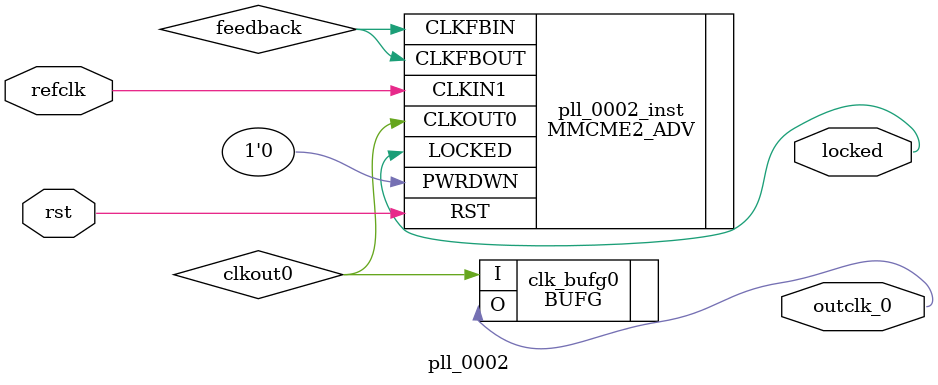
<source format=v>
`timescale 1ns/10ps
module  pll_0002 (
	input  wire refclk,
	input  wire rst,
	output wire outclk_0,
	output wire locked
);

    wire feedback;
	wire clkout0;
	
	MMCME2_ADV #(
		.BANDWIDTH("OPTIMIZED"),
		.CLKFBOUT_MULT_F(20.0),
		.CLKIN1_PERIOD(20.0),
		.CLKOUT0_DIVIDE_F(15.625), // 50*20/15.625 == 64Mhz
		.CLKOUT0_PHASE(8'd0),
		.DIVCLK_DIVIDE(8'd1),
		.REF_JITTER1(0.01),
		.STARTUP_WAIT("FALSE")
	) pll_0002_inst (
		.CLKFBIN   (feedback),
		.CLKIN1    (refclk),
		.PWRDWN    (1'b0),
		.RST       (rst),
		.CLKFBOUT  (feedback),
		.CLKOUT0   (clkout0),
		.LOCKED    (locked)
	);

	BUFG clk_bufg0 (.I(clkout0), .O(outclk_0));

endmodule


</source>
